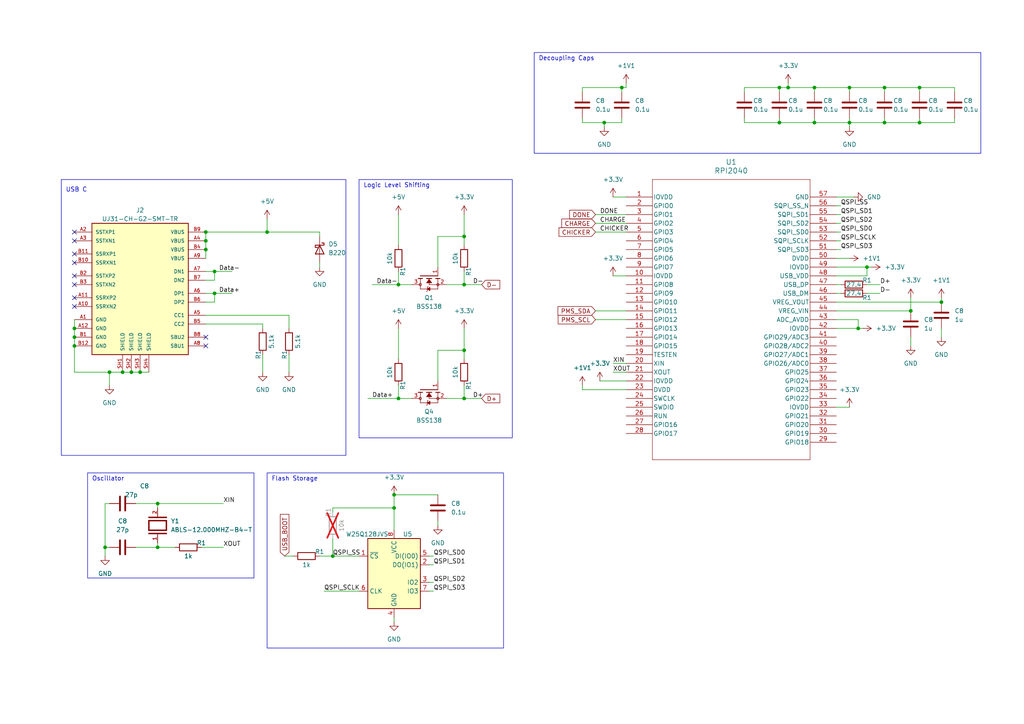
<source format=kicad_sch>
(kicad_sch (version 20230121) (generator eeschema)
  (paper "A4")
  (lib_symbols
    (symbol "Device:C" (pin_numbers hide) (pin_names (offset 0.254))
      (property "Reference" "C" (at 0.635 2.54 0))
      (property "Value" "C" (at 0.635 -2.54 0))
      (symbol "C_0_1"
        (polyline (pts (xy -2.032 -0.762) (xy 2.032 -0.762)) (stroke (width 0.508)))
        (polyline (pts (xy -2.032 0.762) (xy 2.032 0.762)) (stroke (width 0.508)))
      )
      (symbol "C_1_1"
        (pin passive line (at 0 3.81 270) (length 2.794) (name "~") (number "1"))
        (pin passive line (at 0 -3.81 90) (length 2.794) (name "~") (number "2"))
      )
    )
    (symbol "Device:R" (pin_numbers hide) (pin_names (offset 0))
      (property "Reference" "R" (at 2.032 0 90))
      (property "Value" "R" (at 0 0 90))
      (symbol "R_0_1"
        (rectangle (start -1.016 -2.54) (end 1.016 2.54) (stroke (width 0.254)))
      )
      (symbol "R_1_1"
        (pin passive line (at 0 3.81 270) (length 1.27) (name "~") (number "1"))
        (pin passive line (at 0 -3.81 90) (length 1.27) (name "~") (number "2"))
      )
    )
    (symbol "Diode:B220" (pin_numbers hide) (pin_names (offset 1.016) hide)
      (property "Reference" "D" (at 0 2.54 0))
      (property "Value" "B220" (at 0 -2.54 0))
      (symbol "B220_0_1"
        (polyline (pts (xy 1.27 0) (xy -1.27 0)))
        (polyline (pts (xy 1.27 1.27) (xy 1.27 -1.27) (xy -1.27 0) (xy 1.27 1.27)) (stroke (width 0.254)))
        (polyline (pts (xy -1.905 0.635) (xy -1.905 1.27) (xy -1.27 1.27) (xy -1.27 -1.27) (xy -0.635 -1.27) (xy -0.635 -0.635)) (stroke (width 0.254)))
      )
      (symbol "B220_1_1"
        (pin passive line (at -3.81 0 0) (length 2.54) (name "K") (number "1"))
        (pin passive line (at 3.81 0 180) (length 2.54) (name "A") (number "2"))
      )
    )
    (symbol "bots:ABLS-12.000MHZ-B4-T" (pin_names (offset 1.016))
      (property "Reference" "Y" (at -5.0878 3.8159 0))
      (property "Value" "ABLS-12.000MHZ-B4-T" (at -5.0944 -5.0944 0))
      (symbol "ABLS-12.000MHZ-B4-T_0_0"
        (polyline (pts (xy -2.3368 2.54) (xy -2.3368 -2.54)) (stroke (width 0.4064)))
        (polyline (pts (xy -1.397 2.54) (xy -1.397 -2.54)) (stroke (width 0.4064)))
        (polyline (pts (xy -1.397 2.54) (xy 1.397 2.54)) (stroke (width 0.4064)))
        (polyline (pts (xy 1.397 -2.54) (xy -1.397 -2.54)) (stroke (width 0.4064)))
        (polyline (pts (xy 1.397 2.54) (xy 1.397 -2.54)) (stroke (width 0.4064)))
        (polyline (pts (xy 2.3368 2.54) (xy 2.3368 -2.54)) (stroke (width 0.4064)))
        (pin passive line (at -5.08 0 0) (length 2.54) (name "~") (number "1"))
        (pin passive line (at 5.08 0 180) (length 2.54) (name "~") (number "2"))
      )
    )
    (symbol "bots:BSS138" (pin_names (offset 1.016))
      (property "Reference" "Q" (at 5.08 1.27 0))
      (property "Value" "BSS138" (at 5.08 -1.27 0))
      (symbol "BSS138_0_0"
        (polyline (pts (xy 0 2.54) (xy 0 -2.54)) (stroke (width 0.254)))
        (polyline (pts (xy 0.762 -2.54) (xy 0.762 -3.175)) (stroke (width 0.254)))
        (polyline (pts (xy 0.762 -1.905) (xy 0.762 -2.54)) (stroke (width 0.254)))
        (polyline (pts (xy 0.762 0) (xy 0.762 -0.762)) (stroke (width 0.254)))
        (polyline (pts (xy 0.762 0) (xy 2.54 0)) (stroke (width 0.1524)))
        (polyline (pts (xy 0.762 0.762) (xy 0.762 0)) (stroke (width 0.254)))
        (polyline (pts (xy 0.762 2.54) (xy 0.762 1.905)) (stroke (width 0.254)))
        (polyline (pts (xy 0.762 2.54) (xy 3.81 2.54)) (stroke (width 0.1524)))
        (polyline (pts (xy 0.762 3.175) (xy 0.762 2.54)) (stroke (width 0.254)))
        (polyline (pts (xy 2.54 -2.54) (xy 0.762 -2.54)) (stroke (width 0.1524)))
        (polyline (pts (xy 2.54 -2.54) (xy 3.81 -2.54)) (stroke (width 0.1524)))
        (polyline (pts (xy 2.54 0) (xy 2.54 -2.54)) (stroke (width 0.1524)))
        (polyline (pts (xy 3.302 0.508) (xy 3.048 0.254)) (stroke (width 0.1524)))
        (polyline (pts (xy 3.81 0.508) (xy 3.302 0.508)) (stroke (width 0.1524)))
        (polyline (pts (xy 3.81 0.508) (xy 3.81 -2.54)) (stroke (width 0.1524)))
        (polyline (pts (xy 3.81 2.54) (xy 3.81 0.508)) (stroke (width 0.1524)))
        (polyline (pts (xy 4.318 0.508) (xy 3.81 0.508)) (stroke (width 0.1524)))
        (polyline (pts (xy 4.572 0.762) (xy 4.318 0.508)) (stroke (width 0.1524)))
        (polyline (pts (xy 1.016 0) (xy 2.032 0.762) (xy 2.032 -0.762) (xy 1.016 0)) (stroke (width 0.1524)) (fill (type outline)))
        (polyline (pts (xy 3.81 0.508) (xy 3.302 -0.254) (xy 4.318 -0.254) (xy 3.81 0.508)) (stroke (width 0.1524)) (fill (type outline)))
        (circle (center 2.54 -2.54) (radius 0.3592))
        (circle (center 2.54 2.54) (radius 0.3592))
        (pin passive line (at -2.54 -2.54 0) (length 2.54) (name "~") (number "1"))
        (pin passive line (at 2.54 -5.08 90) (length 2.54) (name "~") (number "2"))
        (pin passive line (at 2.54 5.08 270) (length 2.54) (name "~") (number "3"))
      )
    )
    (symbol "bots:RPI2040" (pin_names (offset 0.254))
      (property "Reference" "U" (at 30.48 10.16 0))
      (property "Value" "RPI2040" (at 30.48 7.62 0))
      (symbol "RPI2040_0_1"
        (polyline (pts (xy 7.62 -76.2) (xy 53.34 -76.2)) (stroke (width 0.127)))
        (polyline (pts (xy 7.62 5.08) (xy 7.62 -76.2)) (stroke (width 0.127)))
        (polyline (pts (xy 53.34 -76.2) (xy 53.34 5.08)) (stroke (width 0.127)))
        (polyline (pts (xy 53.34 5.08) (xy 7.62 5.08)) (stroke (width 0.127)))
        (pin power_in line (at 0 0 0) (length 7.62) (name "IOVDD") (number "1"))
        (pin power_in line (at 0 -22.86 0) (length 7.62) (name "IOVDD") (number "10"))
        (pin bidirectional line (at 0 -25.4 0) (length 7.62) (name "GPIO8") (number "11"))
        (pin bidirectional line (at 0 -27.94 0) (length 7.62) (name "GPIO9") (number "12"))
        (pin bidirectional line (at 0 -30.48 0) (length 7.62) (name "GPIO10") (number "13"))
        (pin bidirectional line (at 0 -33.02 0) (length 7.62) (name "GPIO11") (number "14"))
        (pin bidirectional line (at 0 -35.56 0) (length 7.62) (name "GPIO12") (number "15"))
        (pin bidirectional line (at 0 -38.1 0) (length 7.62) (name "GPIO13") (number "16"))
        (pin bidirectional line (at 0 -40.64 0) (length 7.62) (name "GPIO14") (number "17"))
        (pin bidirectional line (at 0 -43.18 0) (length 7.62) (name "GPIO15") (number "18"))
        (pin input line (at 0 -45.72 0) (length 7.62) (name "TESTEN") (number "19"))
        (pin bidirectional line (at 0 -2.54 0) (length 7.62) (name "GPIO0") (number "2"))
        (pin input line (at 0 -48.26 0) (length 7.62) (name "XIN") (number "20"))
        (pin output line (at 0 -50.8 0) (length 7.62) (name "XOUT") (number "21"))
        (pin power_in line (at 0 -53.34 0) (length 7.62) (name "IOVDD") (number "22"))
        (pin power_in line (at 0 -55.88 0) (length 7.62) (name "DVDD") (number "23"))
        (pin input line (at 0 -58.42 0) (length 7.62) (name "SWCLK") (number "24"))
        (pin bidirectional line (at 0 -60.96 0) (length 7.62) (name "SWDIO") (number "25"))
        (pin input line (at 0 -63.5 0) (length 7.62) (name "RUN") (number "26"))
        (pin bidirectional line (at 0 -66.04 0) (length 7.62) (name "GPIO16") (number "27"))
        (pin bidirectional line (at 0 -68.58 0) (length 7.62) (name "GPIO17") (number "28"))
        (pin bidirectional line (at 60.96 -71.12 180) (length 7.62) (name "GPIO18") (number "29"))
        (pin bidirectional line (at 0 -5.08 0) (length 7.62) (name "GPIO1") (number "3"))
        (pin bidirectional line (at 60.96 -68.58 180) (length 7.62) (name "GPIO19") (number "30"))
        (pin bidirectional line (at 60.96 -66.04 180) (length 7.62) (name "GPIO20") (number "31"))
        (pin bidirectional line (at 60.96 -63.5 180) (length 7.62) (name "GPIO21") (number "32"))
        (pin power_in line (at 60.96 -60.96 180) (length 7.62) (name "IOVDD") (number "33"))
        (pin bidirectional line (at 60.96 -58.42 180) (length 7.62) (name "GPIO22") (number "34"))
        (pin bidirectional line (at 60.96 -55.88 180) (length 7.62) (name "GPIO23") (number "35"))
        (pin bidirectional line (at 60.96 -53.34 180) (length 7.62) (name "GPIO24") (number "36"))
        (pin bidirectional line (at 60.96 -50.8 180) (length 7.62) (name "GPIO25") (number "37"))
        (pin bidirectional line (at 60.96 -48.26 180) (length 7.62) (name "GPIO26/ADC0") (number "38"))
        (pin bidirectional line (at 60.96 -45.72 180) (length 7.62) (name "GPIO27/ADC1") (number "39"))
        (pin bidirectional line (at 0 -7.62 0) (length 7.62) (name "GPIO2") (number "4"))
        (pin bidirectional line (at 60.96 -43.18 180) (length 7.62) (name "GPIO28/ADC2") (number "40"))
        (pin bidirectional line (at 60.96 -40.64 180) (length 7.62) (name "GPIO29/ADC3") (number "41"))
        (pin power_in line (at 60.96 -38.1 180) (length 7.62) (name "IOVDD") (number "42"))
        (pin power_in line (at 60.96 -35.56 180) (length 7.62) (name "ADC_AVDD") (number "43"))
        (pin power_in line (at 60.96 -33.02 180) (length 7.62) (name "VREG_VIN") (number "44"))
        (pin power_in line (at 60.96 -30.48 180) (length 7.62) (name "VREG_VOUT") (number "45"))
        (pin bidirectional line (at 60.96 -27.94 180) (length 7.62) (name "USB_DM") (number "46"))
        (pin bidirectional line (at 60.96 -25.4 180) (length 7.62) (name "USB_DP") (number "47"))
        (pin power_in line (at 60.96 -22.86 180) (length 7.62) (name "USB_VDD") (number "48"))
        (pin power_in line (at 60.96 -20.32 180) (length 7.62) (name "IOVDD") (number "49"))
        (pin bidirectional line (at 0 -10.16 0) (length 7.62) (name "GPIO3") (number "5"))
        (pin power_in line (at 60.96 -17.78 180) (length 7.62) (name "DVDD") (number "50"))
        (pin bidirectional line (at 60.96 -15.24 180) (length 7.62) (name "SQPI_SD3") (number "51"))
        (pin bidirectional line (at 60.96 -12.7 180) (length 7.62) (name "SQPI_SCLK") (number "52"))
        (pin bidirectional line (at 60.96 -10.16 180) (length 7.62) (name "SQPI_SD0") (number "53"))
        (pin bidirectional line (at 60.96 -7.62 180) (length 7.62) (name "SQPI_SD2") (number "54"))
        (pin bidirectional line (at 60.96 -5.08 180) (length 7.62) (name "SQPI_SD1") (number "55"))
        (pin bidirectional line (at 60.96 -2.54 180) (length 7.62) (name "SQPI_SS_N") (number "56"))
        (pin power_out line (at 60.96 0 180) (length 7.62) (name "GND") (number "57"))
        (pin bidirectional line (at 0 -12.7 0) (length 7.62) (name "GPIO4") (number "6"))
        (pin bidirectional line (at 0 -15.24 0) (length 7.62) (name "GPIO5") (number "7"))
        (pin bidirectional line (at 0 -17.78 0) (length 7.62) (name "GPIO6") (number "8"))
        (pin bidirectional line (at 0 -20.32 0) (length 7.62) (name "GPIO7") (number "9"))
      )
    )
    (symbol "bots:UJ31-CH-G2-SMT-TR" (pin_names (offset 1.016))
      (property "Reference" "J2" (at 1.27 24.13 0))
      (property "Value" "UJ31-CH-G2-SMT-TR" (at 1.27 21.59 0))
      (symbol "UJ31-CH-G2-SMT-TR_0_0"
        (rectangle (start -13.97 20.32) (end 13.97 -17.78) (stroke (width 0.254)) (fill (type background)))
        (pin power_in line (at -19.05 -7.62 0) (length 5.08) (name "GND") (number "A1"))
        (pin bidirectional line (at -19.05 -3.81 0) (length 5.08) (name "SSRXN2") (number "A10"))
        (pin bidirectional line (at -19.05 -1.27 0) (length 5.08) (name "SSRXP2") (number "A11"))
        (pin power_in line (at -19.05 -10.16 0) (length 5.08) (name "GND") (number "A12"))
        (pin bidirectional line (at -19.05 17.78 0) (length 5.08) (name "SSTXP1") (number "A2"))
        (pin bidirectional line (at -19.05 15.24 0) (length 5.08) (name "SSTXN1") (number "A3"))
        (pin power_in line (at 19.05 15.24 180) (length 5.08) (name "VBUS") (number "A4"))
        (pin bidirectional line (at 19.05 -6.35 180) (length 5.08) (name "CC1") (number "A5"))
        (pin bidirectional line (at 19.05 0 180) (length 5.08) (name "DP1") (number "A6"))
        (pin bidirectional line (at 19.05 6.35 180) (length 5.08) (name "DN1") (number "A7"))
        (pin bidirectional line (at 19.05 -15.24 180) (length 5.08) (name "SBU1") (number "A8"))
        (pin power_in line (at 19.05 10.16 180) (length 5.08) (name "VBUS") (number "A9"))
        (pin power_in line (at -19.05 -12.7 0) (length 5.08) (name "GND") (number "B1"))
        (pin bidirectional line (at -19.05 8.89 0) (length 5.08) (name "SSRXN1") (number "B10"))
        (pin bidirectional line (at -19.05 11.43 0) (length 5.08) (name "SSRXP1") (number "B11"))
        (pin power_in line (at -19.05 -15.24 0) (length 5.08) (name "GND") (number "B12"))
        (pin bidirectional line (at -19.05 5.08 0) (length 5.08) (name "SSTXP2") (number "B2"))
        (pin bidirectional line (at -19.05 2.54 0) (length 5.08) (name "SSTXN2") (number "B3"))
        (pin power_in line (at 19.05 12.7 180) (length 5.08) (name "VBUS") (number "B4"))
        (pin bidirectional line (at 19.05 -8.89 180) (length 5.08) (name "CC2") (number "B5"))
        (pin bidirectional line (at 19.05 -2.54 180) (length 5.08) (name "DP2") (number "B6"))
        (pin bidirectional line (at 19.05 3.81 180) (length 5.08) (name "DN2") (number "B7"))
        (pin bidirectional line (at 19.05 -12.7 180) (length 5.08) (name "SBU2") (number "B8"))
        (pin power_in line (at 19.05 17.78 180) (length 5.08) (name "VBUS") (number "B9"))
        (pin power_in line (at -5.08 -22.86 90) (length 5.08) (name "SHIELD") (number "SH1"))
        (pin power_in line (at -2.54 -22.86 90) (length 5.08) (name "SHIELD") (number "SH2"))
        (pin power_in line (at 0 -22.86 90) (length 5.08) (name "SHIELD") (number "SH3"))
        (pin power_in line (at 2.54 -22.86 90) (length 5.08) (name "SHIELD") (number "SH4"))
      )
    )
    (symbol "bots:W25Q128JVS"
      (property "Reference" "U5" (at 2.54 12.7 0))
      (property "Value" "W25Q128JVS" (at 1.27 11.43 0))
      (symbol "W25Q128JVS_0_1"
        (rectangle (start -7.62 10.16) (end 7.62 -10.16) (stroke (width 0.254)) (fill (type background)))
      )
      (symbol "W25Q128JVS_1_1"
        (pin input line (at -10.16 5.08 0) (length 2.54) (name "~{CS}") (number "1"))
        (pin bidirectional line (at 10.16 2.54 180) (length 2.54) (name "DO(IO1)") (number "2"))
        (pin bidirectional line (at 10.16 -2.54 180) (length 2.54) (name "IO2") (number "3"))
        (pin power_in line (at 0 -12.7 90) (length 2.54) (name "GND") (number "4"))
        (pin bidirectional line (at 10.16 5.08 180) (length 2.54) (name "DI(IO0)") (number "5"))
        (pin input line (at -10.16 -5.08 0) (length 2.54) (name "CLK") (number "6"))
        (pin bidirectional line (at 10.16 -5.08 180) (length 2.54) (name "IO3") (number "7"))
        (pin power_in line (at 0 12.7 270) (length 2.54) (name "VCC") (number "8"))
      )
    )
    (symbol "power:+1V1" (power) (pin_names (offset 0))
      (property "Value" "+1V1" (at 0 3.556 0))
      (symbol "+1V1_0_1"
        (polyline (pts (xy -0.762 1.27) (xy 0 2.54)))
        (polyline (pts (xy 0 0) (xy 0 2.54)))
        (polyline (pts (xy 0 2.54) (xy 0.762 1.27)))
      )
      (symbol "+1V1_1_1"
        (pin power_in line (at 0 0 90) (length 0) hide (name "+1V1") (number "1"))
      )
    )
    (symbol "power:+3.3V" (power) (pin_names (offset 0))
      (property "Value" "+3.3V" (at 0 3.556 0))
      (symbol "+3.3V_0_1"
        (polyline (pts (xy -0.762 1.27) (xy 0 2.54)))
        (polyline (pts (xy 0 0) (xy 0 2.54)))
        (polyline (pts (xy 0 2.54) (xy 0.762 1.27)))
      )
      (symbol "+3.3V_1_1"
        (pin power_in line (at 0 0 90) (length 0) hide (name "+3.3V") (number "1"))
      )
    )
    (symbol "power:+5V" (power) (pin_names (offset 0))
      (property "Value" "+5V" (at 0 3.556 0))
      (symbol "+5V_0_1"
        (polyline (pts (xy -0.762 1.27) (xy 0 2.54)))
        (polyline (pts (xy 0 0) (xy 0 2.54)))
        (polyline (pts (xy 0 2.54) (xy 0.762 1.27)))
      )
      (symbol "+5V_1_1"
        (pin power_in line (at 0 0 90) (length 0) hide (name "+5V") (number "1"))
      )
    )
    (symbol "power:GND" (power) (pin_names (offset 0))
      (property "Value" "GND" (at 0 -3.81 0))
      (symbol "GND_0_1"
        (polyline (pts (xy 0 0) (xy 0 -1.27) (xy 1.27 -1.27) (xy 0 -2.54) (xy -1.27 -1.27) (xy 0 -1.27)))
      )
      (symbol "GND_1_1"
        (pin power_in line (at 0 0 270) (length 0) hide (name "GND") (number "1"))
      )
    )
  )
  (junction (at 59.69 72.39))
  (junction (at 31.75 107.95))
  (junction (at 62.23 85.09))
  (junction (at 114.3 143.51))
  (junction (at 45.72 146.05))
  (junction (at 256.54 35.56))
  (junction (at 256.54 25.4))
  (junction (at 273.05 87.63))
  (junction (at 134.62 101.6))
  (junction (at 175.26 35.56))
  (junction (at 236.22 35.56))
  (junction (at 236.22 25.4))
  (junction (at 266.7 35.56))
  (junction (at 248.92 95.25))
  (junction (at 35.56 107.95))
  (junction (at 21.59 97.79))
  (junction (at 21.59 100.33))
  (junction (at 134.62 82.55))
  (junction (at 246.38 35.56))
  (junction (at 251.46 77.47))
  (junction (at 266.7 25.4))
  (junction (at 246.38 25.4))
  (junction (at 77.47 67.31))
  (junction (at 30.48 158.75))
  (junction (at 45.72 158.75))
  (junction (at 21.59 95.25))
  (junction (at 228.6 25.4))
  (junction (at 134.62 115.57))
  (junction (at 115.57 115.57))
  (junction (at 59.69 67.31))
  (junction (at 59.69 69.85))
  (junction (at 226.06 25.4))
  (junction (at 134.62 68.58))
  (junction (at 40.64 107.95))
  (junction (at 114.3 147.32))
  (junction (at 62.23 78.74))
  (junction (at 264.16 90.17))
  (junction (at 180.34 25.4))
  (junction (at 115.57 82.55))
  (junction (at 226.06 35.56))
  (junction (at 96.52 161.29))
  (junction (at 38.1 107.95))
  (no_connect (at 21.59 80.01))
  (no_connect (at 59.69 97.79))
  (no_connect (at 21.59 69.85))
  (no_connect (at 21.59 76.2))
  (no_connect (at 21.59 88.9))
  (no_connect (at 21.59 82.55))
  (no_connect (at 21.59 73.66))
  (no_connect (at 21.59 67.31))
  (no_connect (at 21.59 86.36))
  (no_connect (at 59.69 100.33))
  (wire (pts (xy 236.22 35.56) (xy 226.06 35.56)))
  (wire (pts (xy 119.38 82.55) (xy 115.57 82.55)))
  (wire (pts (xy 181.61 24.13) (xy 181.61 25.4)))
  (wire (pts (xy 168.91 25.4) (xy 168.91 26.67)))
  (wire (pts (xy 114.3 143.51) (xy 114.3 147.32)))
  (wire (pts (xy 266.7 26.67) (xy 266.7 25.4)))
  (wire (pts (xy 226.06 25.4) (xy 215.9 25.4)))
  (wire (pts (xy 62.23 81.28) (xy 62.23 78.74)))
  (wire (pts (xy 124.46 168.91) (xy 125.73 168.91)))
  (wire (pts (xy 45.72 158.75) (xy 45.72 157.48)))
  (wire (pts (xy 59.69 69.85) (xy 59.69 72.39)))
  (wire (pts (xy 107.95 82.55) (xy 115.57 82.55)))
  (wire (pts (xy 172.72 62.23) (xy 181.61 62.23)))
  (wire (pts (xy 251.46 80.01) (xy 251.46 77.47)))
  (wire (pts (xy 134.62 62.23) (xy 134.62 68.58)))
  (wire (pts (xy 59.69 78.74) (xy 62.23 78.74)))
  (wire (pts (xy 226.06 25.4) (xy 226.06 26.67)))
  (wire (pts (xy 276.86 26.67) (xy 276.86 25.4)))
  (wire (pts (xy 40.64 107.95) (xy 43.18 107.95)))
  (wire (pts (xy 228.6 25.4) (xy 226.06 25.4)))
  (wire (pts (xy 246.38 26.67) (xy 246.38 25.4)))
  (wire (pts (xy 59.69 72.39) (xy 59.69 74.93)))
  (wire (pts (xy 242.57 92.71) (xy 248.92 92.71)))
  (wire (pts (xy 21.59 107.95) (xy 21.59 100.33)))
  (wire (pts (xy 96.52 161.29) (xy 104.14 161.29)))
  (wire (pts (xy 236.22 25.4) (xy 228.6 25.4)))
  (wire (pts (xy 31.75 107.95) (xy 31.75 111.76)))
  (wire (pts (xy 242.57 62.23) (xy 243.84 62.23)))
  (wire (pts (xy 172.72 92.71) (xy 181.61 92.71)))
  (wire (pts (xy 38.1 107.95) (xy 35.56 107.95)))
  (wire (pts (xy 45.72 158.75) (xy 50.8 158.75)))
  (wire (pts (xy 246.38 35.56) (xy 246.38 36.83)))
  (wire (pts (xy 92.71 67.31) (xy 92.71 68.58)))
  (wire (pts (xy 92.71 76.2) (xy 92.71 77.47)))
  (wire (pts (xy 266.7 35.56) (xy 256.54 35.56)))
  (wire (pts (xy 127 68.58) (xy 134.62 68.58)))
  (wire (pts (xy 96.52 156.21) (xy 96.52 161.29)))
  (wire (pts (xy 172.72 64.77) (xy 181.61 64.77)))
  (wire (pts (xy 215.9 35.56) (xy 215.9 34.29)))
  (wire (pts (xy 242.57 74.93) (xy 246.38 74.93)))
  (wire (pts (xy 236.22 34.29) (xy 236.22 35.56)))
  (wire (pts (xy 168.91 111.76) (xy 168.91 113.03)))
  (wire (pts (xy 59.69 91.44) (xy 83.82 91.44)))
  (wire (pts (xy 119.38 115.57) (xy 115.57 115.57)))
  (wire (pts (xy 168.91 35.56) (xy 168.91 34.29)))
  (wire (pts (xy 21.59 92.71) (xy 21.59 95.25)))
  (wire (pts (xy 115.57 78.74) (xy 115.57 82.55)))
  (wire (pts (xy 251.46 85.09) (xy 255.27 85.09)))
  (wire (pts (xy 175.26 35.56) (xy 168.91 35.56)))
  (wire (pts (xy 21.59 107.95) (xy 31.75 107.95)))
  (wire (pts (xy 177.8 105.41) (xy 181.61 105.41)))
  (wire (pts (xy 134.62 78.74) (xy 134.62 82.55)))
  (wire (pts (xy 180.34 34.29) (xy 180.34 35.56)))
  (wire (pts (xy 177.8 107.95) (xy 181.61 107.95)))
  (wire (pts (xy 246.38 34.29) (xy 246.38 35.56)))
  (wire (pts (xy 246.38 25.4) (xy 236.22 25.4)))
  (wire (pts (xy 242.57 95.25) (xy 248.92 95.25)))
  (wire (pts (xy 276.86 34.29) (xy 276.86 35.56)))
  (wire (pts (xy 251.46 82.55) (xy 255.27 82.55)))
  (wire (pts (xy 62.23 78.74) (xy 67.31 78.74)))
  (wire (pts (xy 127 101.6) (xy 134.62 101.6)))
  (wire (pts (xy 256.54 34.29) (xy 256.54 35.56)))
  (wire (pts (xy 77.47 63.5) (xy 77.47 67.31)))
  (wire (pts (xy 30.48 146.05) (xy 31.75 146.05)))
  (wire (pts (xy 242.57 72.39) (xy 243.84 72.39)))
  (wire (pts (xy 38.1 107.95) (xy 40.64 107.95)))
  (wire (pts (xy 134.62 95.25) (xy 134.62 101.6)))
  (wire (pts (xy 31.75 107.95) (xy 35.56 107.95)))
  (wire (pts (xy 180.34 35.56) (xy 175.26 35.56)))
  (wire (pts (xy 77.47 67.31) (xy 92.71 67.31)))
  (wire (pts (xy 134.62 111.76) (xy 134.62 115.57)))
  (wire (pts (xy 59.69 87.63) (xy 62.23 87.63)))
  (wire (pts (xy 59.69 93.98) (xy 76.2 93.98)))
  (wire (pts (xy 83.82 102.87) (xy 83.82 107.95)))
  (wire (pts (xy 247.65 57.15) (xy 242.57 57.15)))
  (wire (pts (xy 139.7 82.55) (xy 134.62 82.55)))
  (wire (pts (xy 96.52 147.32) (xy 114.3 147.32)))
  (wire (pts (xy 82.55 161.29) (xy 85.09 161.29)))
  (wire (pts (xy 256.54 25.4) (xy 246.38 25.4)))
  (wire (pts (xy 175.26 35.56) (xy 175.26 36.83)))
  (wire (pts (xy 114.3 147.32) (xy 114.3 153.67)))
  (wire (pts (xy 228.6 24.13) (xy 228.6 25.4)))
  (wire (pts (xy 242.57 87.63) (xy 273.05 87.63)))
  (wire (pts (xy 127 151.13) (xy 127 152.4)))
  (wire (pts (xy 127 110.49) (xy 127 101.6)))
  (wire (pts (xy 39.37 158.75) (xy 45.72 158.75)))
  (wire (pts (xy 62.23 85.09) (xy 67.31 85.09)))
  (wire (pts (xy 124.46 171.45) (xy 125.73 171.45)))
  (wire (pts (xy 93.98 171.45) (xy 104.14 171.45)))
  (wire (pts (xy 242.57 85.09) (xy 243.84 85.09)))
  (wire (pts (xy 248.92 95.25) (xy 250.19 95.25)))
  (wire (pts (xy 134.62 82.55) (xy 129.54 82.55)))
  (wire (pts (xy 273.05 86.36) (xy 273.05 87.63)))
  (wire (pts (xy 127 143.51) (xy 114.3 143.51)))
  (wire (pts (xy 114.3 179.07) (xy 114.3 180.34)))
  (wire (pts (xy 266.7 34.29) (xy 266.7 35.56)))
  (wire (pts (xy 172.72 90.17) (xy 181.61 90.17)))
  (wire (pts (xy 58.42 158.75) (xy 64.77 158.75)))
  (wire (pts (xy 76.2 102.87) (xy 76.2 107.95)))
  (wire (pts (xy 242.57 64.77) (xy 243.84 64.77)))
  (wire (pts (xy 180.34 25.4) (xy 168.91 25.4)))
  (wire (pts (xy 256.54 35.56) (xy 246.38 35.56)))
  (wire (pts (xy 59.69 85.09) (xy 62.23 85.09)))
  (wire (pts (xy 246.38 35.56) (xy 236.22 35.56)))
  (wire (pts (xy 264.16 97.79) (xy 264.16 100.33)))
  (wire (pts (xy 127 77.47) (xy 127 68.58)))
  (wire (pts (xy 173.99 110.49) (xy 181.61 110.49)))
  (wire (pts (xy 30.48 158.75) (xy 30.48 146.05)))
  (wire (pts (xy 96.52 148.59) (xy 96.52 147.32)))
  (wire (pts (xy 246.38 118.11) (xy 242.57 118.11)))
  (wire (pts (xy 256.54 25.4) (xy 266.7 25.4)))
  (wire (pts (xy 242.57 59.69) (xy 243.84 59.69)))
  (wire (pts (xy 124.46 163.83) (xy 125.73 163.83)))
  (wire (pts (xy 177.8 57.15) (xy 181.61 57.15)))
  (wire (pts (xy 177.8 80.01) (xy 181.61 80.01)))
  (wire (pts (xy 226.06 34.29) (xy 226.06 35.56)))
  (wire (pts (xy 83.82 95.25) (xy 83.82 91.44)))
  (wire (pts (xy 168.91 113.03) (xy 181.61 113.03)))
  (wire (pts (xy 236.22 26.67) (xy 236.22 25.4)))
  (wire (pts (xy 45.72 147.32) (xy 45.72 146.05)))
  (wire (pts (xy 180.34 25.4) (xy 180.34 26.67)))
  (wire (pts (xy 242.57 69.85) (xy 243.84 69.85)))
  (wire (pts (xy 45.72 146.05) (xy 64.77 146.05)))
  (wire (pts (xy 134.62 101.6) (xy 134.62 104.14)))
  (wire (pts (xy 252.73 77.47) (xy 251.46 77.47)))
  (wire (pts (xy 59.69 67.31) (xy 59.69 69.85)))
  (wire (pts (xy 59.69 67.31) (xy 77.47 67.31)))
  (wire (pts (xy 273.05 95.25) (xy 273.05 97.79)))
  (wire (pts (xy 256.54 26.67) (xy 256.54 25.4)))
  (wire (pts (xy 30.48 158.75) (xy 31.75 158.75)))
  (wire (pts (xy 106.68 115.57) (xy 115.57 115.57)))
  (wire (pts (xy 59.69 81.28) (xy 62.23 81.28)))
  (wire (pts (xy 62.23 87.63) (xy 62.23 85.09)))
  (wire (pts (xy 242.57 80.01) (xy 251.46 80.01)))
  (wire (pts (xy 181.61 25.4) (xy 180.34 25.4)))
  (wire (pts (xy 92.71 161.29) (xy 96.52 161.29)))
  (wire (pts (xy 115.57 111.76) (xy 115.57 115.57)))
  (wire (pts (xy 248.92 92.71) (xy 248.92 95.25)))
  (wire (pts (xy 30.48 161.29) (xy 30.48 158.75)))
  (wire (pts (xy 139.7 115.57) (xy 134.62 115.57)))
  (wire (pts (xy 242.57 77.47) (xy 251.46 77.47)))
  (wire (pts (xy 172.72 67.31) (xy 181.61 67.31)))
  (wire (pts (xy 134.62 115.57) (xy 129.54 115.57)))
  (wire (pts (xy 21.59 97.79) (xy 21.59 100.33)))
  (wire (pts (xy 215.9 25.4) (xy 215.9 26.67)))
  (wire (pts (xy 226.06 35.56) (xy 215.9 35.56)))
  (wire (pts (xy 39.37 146.05) (xy 45.72 146.05)))
  (wire (pts (xy 242.57 90.17) (xy 264.16 90.17)))
  (wire (pts (xy 134.62 68.58) (xy 134.62 71.12)))
  (wire (pts (xy 242.57 67.31) (xy 243.84 67.31)))
  (wire (pts (xy 115.57 95.25) (xy 115.57 104.14)))
  (wire (pts (xy 124.46 161.29) (xy 125.73 161.29)))
  (wire (pts (xy 115.57 62.23) (xy 115.57 71.12)))
  (wire (pts (xy 21.59 95.25) (xy 21.59 97.79)))
  (wire (pts (xy 276.86 35.56) (xy 266.7 35.56)))
  (wire (pts (xy 76.2 93.98) (xy 76.2 95.25)))
  (wire (pts (xy 266.7 25.4) (xy 276.86 25.4)))
  (wire (pts (xy 242.57 82.55) (xy 243.84 82.55)))
  (wire (pts (xy 264.16 86.36) (xy 264.16 90.17)))
  (rectangle (start 25.4 137.16) (end 73.66 167.64))
  (rectangle (start 104.14 52.07) (end 148.59 127))
  (rectangle (start 17.78 52.07) (end 100.33 132.08))
  (rectangle (start 77.47 137.16) (end 146.05 187.96))
  (rectangle (start 154.94 15.24) (end 284.48 44.45))
  (text "USB C" (at 19.05 55.88 0) (effects (font (size 1.27 1.27)) (justify left bottom)))
  (text "Decoupling Caps" (at 156.21 17.78 0) (effects (font (size 1.27 1.27)) (justify left bottom)))
  (text "Flash Storage\n" (at 78.74 139.7 0) (effects (font (size 1.27 1.27)) (justify left bottom)))
  (text "Oscillator\n" (at 26.67 139.7 0) (effects (font (size 1.27 1.27)) (justify left bottom)))
  (text "Logic Level Shifting\n" (at 105.41 54.61 0) (effects (font (size 1.27 1.27)) (justify left bottom)))
  (label "CHARGE" (at 173.99 64.77 0))
  (label "QSPI_SD3" (at 243.84 72.39 0))
  (label "QSPI_SCLK" (at 243.84 69.85 0))
  (label "XIN" (at 64.77 146.05 0))
  (label "QSPI_SD2" (at 243.84 64.77 0))
  (label "XOUT" (at 64.77 158.75 0))
  (label "D-" (at 255.27 85.09 0))
  (label "Data+" (at 63.5 85.09 0))
  (label "Data-" (at 109.22 82.55 0))
  (label "D-" (at 137.16 82.55 0))
  (label "QSPI_SCLK" (at 93.98 171.45 0))
  (label "D+" (at 255.27 82.55 0))
  (label "XIN" (at 177.8 105.41 0))
  (label "CHICKER" (at 173.99 67.31 0))
  (label "XOUT" (at 177.8 107.95 0))
  (label "DONE" (at 173.99 62.23 0))
  (label "QSPI_SS" (at 96.52 161.29 0))
  (label "Data+" (at 107.95 115.57 0))
  (label "QSPI_SD3" (at 125.73 171.45 0))
  (label "QSPI_SD2" (at 125.73 168.91 0))
  (label "D+" (at 137.16 115.57 0))
  (label "QSPI_SD1" (at 125.73 163.83 0))
  (label "Data-" (at 63.5 78.74 0))
  (label "QSPI_SD0" (at 243.84 67.31 0))
  (label "QSPI_SD0" (at 125.73 161.29 0))
  (label "QSPI_SD1" (at 243.84 62.23 0))
  (label "QSPI_SS" (at 243.84 59.69 0))
  (global_label "DONE" (shape input) (at 172.72 62.23 180) (property "Intersheetrefs" "${INTERSHEET_REFS}" (effects hide)))
  (global_label "PMS_SDA" (shape input) (at 172.72 90.17 180) (property "Intersheetrefs" "${INTERSHEET_REFS}" (effects hide)))
  (global_label "D-" (shape input) (at 139.7 82.55 0) (property "Intersheetrefs" "${INTERSHEET_REFS}" (effects hide)))
  (global_label "CHICKER" (shape input) (at 172.72 67.31 180) (property "Intersheetrefs" "${INTERSHEET_REFS}" (effects hide)))
  (global_label "PMS_SCL" (shape input) (at 172.72 92.71 180) (property "Intersheetrefs" "${INTERSHEET_REFS}" (effects hide)))
  (global_label "CHARGE" (shape input) (at 172.72 64.77 180) (property "Intersheetrefs" "${INTERSHEET_REFS}" (effects hide)))
  (global_label "USB_BOOT" (shape input) (at 82.55 161.29 90) (property "Intersheetrefs" "${INTERSHEET_REFS}" (effects hide)))
  (global_label "D+" (shape input) (at 139.7 115.57 0) (property "Intersheetrefs" "${INTERSHEET_REFS}" (effects hide)))
  (symbol (lib_id "power:+5V") (at 77.47 63.5 0) (unit 1)
    (property "Reference" "#PWR023" (effects hide))
    (property "Value" "+5V" (at 77.47 58.42 0))
  )
  (symbol (lib_id "Diode:B220") (at 92.71 72.39 270) (unit 1)
    (property "Reference" "D5" (at 95.25 70.8025 90) (effects (justify left)))
    (property "Value" "B220" (at 95.25 73.3425 90) (effects (justify left)))
    (property "Footprint" "Diode_SMD:D_SMB" (effects hide))
    (property "Datasheet" "http://www.jameco.com/Jameco/Products/ProdDS/1538777.pdf" (effects hide))
  )
  (symbol (lib_id "power:+3.3V") (at 228.6 24.13 0) (unit 1)
    (property "Reference" "#PWR013" (effects hide))
    (property "Value" "+3.3V" (at 228.6 19.05 0))
    (instances (project "POWER_BOARD" (path "" (reference "#PWR013") (unit 1)) (path "" (reference "#PWR031") (unit 1))))
  )
  (symbol (lib_id "power:GND") (at 31.75 111.76 0) (unit 1)
    (property "Reference" "#PWR03" (effects hide))
    (property "Value" "GND" (at 31.75 116.84 0))
    (instances (project "POWER_BOARD" (path "" (reference "#PWR03") (unit 1)) (path "" (reference "#PWR08") (unit 1)) (path "" (reference "#PWR022") (unit 1))))
  )
  (symbol (lib_id "Device:R") (at 247.65 82.55 90) (mirror x) (unit 1)
    (property "Reference" "R1" (at 251.46 81.28 90))
    (property "Value" "27.4" (at 247.65 82.55 90))
    (property "Footprint" "Resistor_SMD:R_0603_1608Metric" (effects hide))
    (instances (project "POWER_BOARD" (path "" (reference "R1") (unit 1)) (path "" (reference "R20") (unit 1))))
  )
  (symbol (lib_id "power:GND") (at 273.05 97.79 0) (unit 1)
    (property "Reference" "#PWR015" (effects hide))
    (property "Value" "GND" (at 273.05 102.87 0))
    (instances (project "POWER_BOARD" (path "" (reference "#PWR015") (unit 1)) (path "" (reference "#PWR038") (unit 1))))
  )
  (symbol (lib_id "Device:R") (at 134.62 74.93 0) (mirror y) (unit 1)
    (property "Reference" "R1" (at 135.89 78.74 90))
    (property "Value" "10k" (at 132.08 74.93 90))
    (property "Footprint" "Resistor_SMD:R_0603_1608Metric" (effects hide))
    (instances (project "POWER_BOARD" (path "" (reference "R1") (unit 1)) (path "" (reference "R13") (unit 1))))
  )
  (symbol (lib_id "power:+1V1") (at 181.61 24.13 0) (unit 1)
    (property "Reference" "#PWR018" (effects hide))
    (property "Value" "+1V1" (at 181.61 19.05 0))
  )
  (symbol (lib_id "power:+1V1") (at 273.05 86.36 0) (unit 1)
    (property "Reference" "#PWR034" (effects hide))
    (property "Value" "+1V1" (at 273.05 81.28 0))
  )
  (symbol (lib_id "Device:C") (at 127 147.32 0) (unit 1)
    (property "Reference" "C8" (at 130.81 146.05 0) (effects (justify left)))
    (property "Value" "0.1u" (at 130.81 148.59 0) (effects (justify left)))
    (property "Footprint" "Capacitor_SMD:C_0603_1608Metric" (effects hide))
    (instances (project "POWER_BOARD" (path "" (reference "C8") (unit 1)) (path "" (reference "C26") (unit 1))))
  )
  (symbol (lib_id "bots:BSS138") (at 124.46 113.03 90) (mirror x) (unit 1)
    (property "Reference" "Q4" (at 124.46 119.38 90))
    (property "Value" "BSS138" (at 124.46 121.92 90))
    (property "Footprint" "BSS138:SOT95P240X111-3N" (effects hide))
    (property "MF" "Diodes Inc." (effects hide))
    (property "DESCRIPTION" "N-Channel 50 V 200mA (Ta) 225mW (Ta) Surface Mount SOT-23-3 (TO-236)" (effects hide))
    (property "PACKAGE" "SOT-23 ON" (effects hide))
    (property "PRICE" "None" (effects hide))
    (property "Package" "SOT-23-3 Diodes Inc." (effects hide))
    (property "Check_prices" "https://www.snapeda.com/parts/BSS138/Diodes+Inc./view-part/?ref=eda" (effects hide))
    (property "Price" "None" (effects hide))
    (property "SnapEDA_Link" "https://www.snapeda.com/parts/BSS138/Diodes+Inc./view-part/?ref=snap" (effects hide))
    (property "MP" "BSS138" (effects hide))
    (property "Availability" "In Stock" (effects hide))
    (property "AVAILABILITY" "In Stock" (effects hide))
    (property "Description" "\nN-CH MOSFET 50V 0.34A SOT-23-3L\n" (effects hide))
  )
  (symbol (lib_id "power:GND") (at 247.65 57.15 90) (unit 1)
    (property "Reference" "#PWR015" (effects hide))
    (property "Value" "GND" (at 251.46 57.15 90) (effects (justify right)))
    (instances (project "POWER_BOARD" (path "" (reference "#PWR015") (unit 1)) (path "" (reference "#PWR016") (unit 1))))
  )
  (symbol (lib_id "bots:RPI2040") (at 181.61 57.15 0) (unit 1)
    (property "Reference" "U1" (at 212.09 46.99 0) (effects (font (size 1.524 1.524))))
    (property "Value" "RPI2040" (at 212.09 49.53 0) (effects (font (size 1.524 1.524))))
    (property "Footprint" "QFN56_7X7_RPI" (effects hide))
    (property "Datasheet" "SC09147" (effects hide))
  )
  (symbol (lib_id "bots:W25Q128JVS") (at 114.3 166.37 0) (unit 1)
    (property "Reference" "U5" (at 116.84 154.94 0) (effects (justify left)))
    (property "Value" "W25Q128JVS" (at 100.33 154.94 0) (effects (justify left)))
    (property "Footprint" "Package_SO:SOIC-8_5.23x5.23mm_P1.27mm" (effects hide))
    (property "Datasheet" "http://www.winbond.com/resource-files/w25q128jv_dtr%20revc%2003272018%20plus.pdf" (effects hide))
  )
  (symbol (lib_id "power:+1V1") (at 168.91 111.76 0) (unit 1)
    (property "Reference" "#PWR036" (effects hide))
    (property "Value" "+1V1" (at 168.91 106.68 0))
  )
  (symbol (lib_id "power:+1V1") (at 246.38 74.93 270) (unit 1)
    (property "Reference" "#PWR035" (effects hide))
    (property "Value" "+1V1" (at 250.19 74.93 90) (effects (justify left)))
  )
  (symbol (lib_id "Device:C") (at 246.38 30.48 0) (unit 1)
    (property "Reference" "C8" (at 248.92 29.21 0) (effects (justify left)))
    (property "Value" "0.1u" (at 248.92 31.75 0) (effects (justify left)))
    (property "Footprint" "Capacitor_SMD:C_0603_1608Metric" (effects hide))
    (instances (project "POWER_BOARD" (path "" (reference "C8") (unit 1)) (path "" (reference "C18") (unit 1))))
  )
  (symbol (lib_id "Device:C") (at 236.22 30.48 0) (unit 1)
    (property "Reference" "C8" (at 238.76 29.21 0) (effects (justify left)))
    (property "Value" "0.1u" (at 238.76 31.75 0) (effects (justify left)))
    (property "Footprint" "Capacitor_SMD:C_0603_1608Metric" (effects hide))
    (instances (project "POWER_BOARD" (path "" (reference "C8") (unit 1)) (path "" (reference "C17") (unit 1))))
  )
  (symbol (lib_id "Device:C") (at 273.05 91.44 0) (unit 1)
    (property "Reference" "C8" (at 276.86 90.17 0) (effects (justify left)))
    (property "Value" "1u" (at 276.86 92.71 0) (effects (justify left)))
    (property "Footprint" "Capacitor_SMD:C_0603_1608Metric" (effects hide))
    (instances (project "POWER_BOARD" (path "" (reference "C8") (unit 1)) (path "" (reference "C23") (unit 1))))
  )
  (symbol (lib_id "power:GND") (at 114.3 180.34 0) (unit 1)
    (property "Reference" "#PWR015" (effects hide))
    (property "Value" "GND" (at 114.3 185.42 0))
    (instances (project "POWER_BOARD" (path "" (reference "#PWR015") (unit 1)) (path "" (reference "#PWR042") (unit 1))))
  )
  (symbol (lib_id "Device:C") (at 276.86 30.48 0) (unit 1)
    (property "Reference" "C8" (at 279.4 29.21 0) (effects (justify left)))
    (property "Value" "0.1u" (at 279.4 31.75 0) (effects (justify left)))
    (property "Footprint" "Capacitor_SMD:C_0603_1608Metric" (effects hide))
    (instances (project "POWER_BOARD" (path "" (reference "C8") (unit 1)) (path "" (reference "C21") (unit 1))))
  )
  (symbol (lib_id "Device:R") (at 247.65 85.09 90) (mirror x) (unit 1)
    (property "Reference" "R1" (at 251.46 86.36 90))
    (property "Value" "27.4" (at 247.65 85.09 90))
    (property "Footprint" "Resistor_SMD:R_0603_1608Metric" (effects hide))
    (instances (project "POWER_BOARD" (path "" (reference "R1") (unit 1)) (path "" (reference "R21") (unit 1))))
  )
  (symbol (lib_id "power:+3.3V") (at 114.3 143.51 0) (mirror y) (unit 1)
    (property "Reference" "#PWR011" (effects hide))
    (property "Value" "+3.3V" (at 114.3 138.43 0))
    (instances (project "POWER_BOARD" (path "" (reference "#PWR011") (unit 1)) (path "" (reference "#PWR040") (unit 1))))
  )
  (symbol (lib_id "Device:C") (at 35.56 158.75 90) (unit 1)
    (property "Reference" "C8" (at 35.56 151.13 90))
    (property "Value" "27p" (at 35.56 153.67 90))
    (property "Footprint" "Capacitor_SMD:C_0603_1608Metric" (effects hide))
    (instances (project "POWER_BOARD" (path "" (reference "C8") (unit 1)) (path "" (reference "C25") (unit 1))))
  )
  (symbol (lib_id "Device:C") (at 35.56 146.05 90) (unit 1)
    (property "Reference" "C8" (at 41.91 140.97 90))
    (property "Value" "27p" (at 38.1 143.51 90))
    (property "Footprint" "Capacitor_SMD:C_0603_1608Metric" (effects hide))
    (instances (project "POWER_BOARD" (path "" (reference "C8") (unit 1)) (path "" (reference "C24") (unit 1))))
  )
  (symbol (lib_id "power:GND") (at 264.16 100.33 0) (unit 1)
    (property "Reference" "#PWR015" (effects hide))
    (property "Value" "GND" (at 264.16 105.41 0))
    (instances (project "POWER_BOARD" (path "" (reference "#PWR015") (unit 1)) (path "" (reference "#PWR032") (unit 1))))
  )
  (symbol (lib_id "Device:R") (at 83.82 99.06 0) (unit 1)
    (property "Reference" "R1" (at 82.55 102.87 90))
    (property "Value" "5.1k" (at 86.36 99.06 90))
    (property "Footprint" "Resistor_SMD:R_0603_1608Metric" (effects hide))
    (instances (project "POWER_BOARD" (path "" (reference "R1") (unit 1)) (path "" (reference "R12") (unit 1))))
  )
  (symbol (lib_id "power:+3.3V") (at 177.8 57.15 0) (unit 1)
    (property "Reference" "#PWR013" (effects hide))
    (property "Value" "+3.3V" (at 177.8 52.07 0))
  )
  (symbol (lib_id "power:+3.3V") (at 134.62 62.23 0) (mirror y) (unit 1)
    (property "Reference" "#PWR011" (effects hide))
    (property "Value" "+3.3V" (at 134.62 57.15 0))
    (instances (project "POWER_BOARD" (path "" (reference "#PWR011") (unit 1)) (path "" (reference "#PWR027") (unit 1))))
  )
  (symbol (lib_id "power:+3.3V") (at 177.8 80.01 0) (unit 1)
    (property "Reference" "#PWR016" (effects hide))
    (property "Value" "+3.3V" (at 177.8 74.93 0))
    (instances (project "POWER_BOARD" (path "" (reference "#PWR016") (unit 1)) (path "" (reference "#PWR014") (unit 1))))
  )
  (symbol (lib_id "Device:R") (at 134.62 107.95 0) (mirror y) (unit 1)
    (property "Reference" "R1" (at 135.89 111.76 90))
    (property "Value" "10k" (at 132.08 107.95 90))
    (property "Footprint" "Resistor_SMD:R_0603_1608Metric" (effects hide))
    (instances (project "POWER_BOARD" (path "" (reference "R1") (unit 1)) (path "" (reference "R16") (unit 1))))
  )
  (symbol (lib_id "Device:R") (at 88.9 161.29 90) (mirror x) (unit 1)
    (property "Reference" "R1" (at 92.71 160.02 90))
    (property "Value" "1k" (at 88.9 163.83 90))
    (property "Footprint" "Resistor_SMD:R_0603_1608Metric" (effects hide))
    (instances (project "POWER_BOARD" (path "" (reference "R1") (unit 1)) (path "" (reference "R18") (unit 1))))
  )
  (symbol (lib_id "power:+3.3V") (at 134.62 95.25 0) (mirror y) (unit 1)
    (property "Reference" "#PWR011" (effects hide))
    (property "Value" "+3.3V" (at 134.62 90.17 0))
    (instances (project "POWER_BOARD" (path "" (reference "#PWR011") (unit 1)) (path "" (reference "#PWR029") (unit 1))))
  )
  (symbol (lib_id "power:GND") (at 76.2 107.95 0) (unit 1)
    (property "Reference" "#PWR03" (effects hide))
    (property "Value" "GND" (at 76.2 113.03 0))
    (instances (project "POWER_BOARD" (path "" (reference "#PWR03") (unit 1)) (path "" (reference "#PWR08") (unit 1)) (path "" (reference "#PWR01") (unit 1))))
  )
  (symbol (lib_id "power:+5V") (at 115.57 95.25 0) (mirror y) (unit 1)
    (property "Reference" "#PWR028" (effects hide))
    (property "Value" "+5V" (at 115.57 90.17 0))
  )
  (symbol (lib_id "Device:C") (at 226.06 30.48 0) (unit 1)
    (property "Reference" "C8" (at 228.6 29.21 0) (effects (justify left)))
    (property "Value" "0.1u" (at 228.6 31.75 0) (effects (justify left)))
    (property "Footprint" "Capacitor_SMD:C_0603_1608Metric" (effects hide))
    (instances (project "POWER_BOARD" (path "" (reference "C8") (unit 1)) (path "" (reference "C16") (unit 1))))
  )
  (symbol (lib_id "power:+3.3V") (at 264.16 86.36 0) (mirror y) (unit 1)
    (property "Reference" "#PWR017" (effects hide))
    (property "Value" "+3.3V" (at 264.16 81.28 0))
    (instances (project "POWER_BOARD" (path "" (reference "#PWR017") (unit 1)) (path "" (reference "#PWR030") (unit 1))))
  )
  (symbol (lib_id "power:GND") (at 83.82 107.95 0) (unit 1)
    (property "Reference" "#PWR03" (effects hide))
    (property "Value" "GND" (at 83.82 113.03 0))
    (instances (project "POWER_BOARD" (path "" (reference "#PWR03") (unit 1)) (path "" (reference "#PWR08") (unit 1)) (path "" (reference "#PWR025") (unit 1))))
  )
  (symbol (lib_id "power:GND") (at 30.48 161.29 0) (unit 1)
    (property "Reference" "#PWR015" (effects hide))
    (property "Value" "GND" (at 30.48 166.37 0))
    (instances (project "POWER_BOARD" (path "" (reference "#PWR015") (unit 1)) (path "" (reference "#PWR039") (unit 1))))
  )
  (symbol (lib_id "power:GND") (at 175.26 36.83 0) (unit 1)
    (property "Reference" "#PWR015" (effects hide))
    (property "Value" "GND" (at 175.26 41.91 0))
    (instances (project "POWER_BOARD" (path "" (reference "#PWR015") (unit 1)) (path "" (reference "#PWR037") (unit 1))))
  )
  (symbol (lib_id "Device:C") (at 168.91 30.48 0) (unit 1)
    (property "Reference" "C8" (at 172.72 29.21 0) (effects (justify left)))
    (property "Value" "0.1u" (at 172.72 31.75 0) (effects (justify left)))
    (property "Footprint" "Capacitor_SMD:C_0603_1608Metric" (effects hide))
    (instances (project "POWER_BOARD" (path "" (reference "C8") (unit 1)) (path "" (reference "C13") (unit 1))))
  )
  (symbol (lib_id "bots:ABLS-12.000MHZ-B4-T") (at 45.72 152.4 90) (unit 1)
    (property "Reference" "Y1" (at 49.53 151.13 90) (effects (justify right)))
    (property "Value" "ABLS-12.000MHZ-B4-T" (at 49.53 153.67 90) (effects (justify right)))
    (property "Footprint" "ABLS-12.000MHZ-B4-T:XTAL_ABLS-12.000MHZ-B4-T" (effects hide))
    (property "MF" "Abracon LLC" (effects hide))
    (property "MAXIMUM_PACKAGE_HEIGHT" "4.2 mm" (effects hide))
    (property "Package" "HC-49/US Abracon LLC" (effects hide))
    (property "Price" "None" (effects hide))
    (property "Check_prices" "https://www.snapeda.com/parts/ABLS-12.000MHZ-B4-T/Abracon+LLC/view-part/?ref=eda" (effects hide))
    (property "STANDARD" "Manufacturer Recommendations" (effects hide))
    (property "PARTREV" "02.16.2021" (effects hide))
    (property "SnapEDA_Link" "https://www.snapeda.com/parts/ABLS-12.000MHZ-B4-T/Abracon+LLC/view-part/?ref=snap" (effects hide))
    (property "MP" "ABLS-12.000MHZ-B4-T" (effects hide))
    (property "Purchase-URL" "https://www.snapeda.com/api/url_track_click_mouser/?unipart_id=390031&manufacturer=Abracon LLC&part_name=ABLS-12.000MHZ-B4-T&search_term=abls-12.000mhz-b4-t" (effects hide))
    (property "Description" "\nHC/49US (AT49) SMD LOW PROFILE CRYSTAL\n" (effects hide))
    (property "Availability" "In Stock" (effects hide))
    (property "MANUFACTURER" "Abracon" (effects hide))
  )
  (symbol (lib_id "power:GND") (at 92.71 77.47 0) (unit 1)
    (property "Reference" "#PWR03" (effects hide))
    (property "Value" "GND" (at 92.71 82.55 0))
    (instances (project "POWER_BOARD" (path "" (reference "#PWR03") (unit 1)) (path "" (reference "#PWR08") (unit 1)) (path "" (reference "#PWR024") (unit 1))))
  )
  (symbol (lib_id "Device:C") (at 180.34 30.48 0) (unit 1)
    (property "Reference" "C8" (at 184.15 29.21 0) (effects (justify left)))
    (property "Value" "0.1u" (at 184.15 31.75 0) (effects (justify left)))
    (property "Footprint" "Capacitor_SMD:C_0603_1608Metric" (effects hide))
    (instances (project "POWER_BOARD" (path "" (reference "C8") (unit 1)) (path "" (reference "C14") (unit 1))))
  )
  (symbol (lib_id "Device:C") (at 256.54 30.48 0) (unit 1)
    (property "Reference" "C8" (at 259.08 29.21 0) (effects (justify left)))
    (property "Value" "0.1u" (at 259.08 31.75 0) (effects (justify left)))
    (property "Footprint" "Capacitor_SMD:C_0603_1608Metric" (effects hide))
    (instances (project "POWER_BOARD" (path "" (reference "C8") (unit 1)) (path "" (reference "C19") (unit 1))))
  )
  (symbol (lib_id "power:+5V") (at 115.57 62.23 0) (mirror y) (unit 1)
    (property "Reference" "#PWR026" (effects hide))
    (property "Value" "+5V" (at 115.57 57.15 0))
  )
  (symbol (lib_id "power:GND") (at 246.38 36.83 0) (unit 1)
    (property "Reference" "#PWR015" (effects hide))
    (property "Value" "GND" (at 246.38 41.91 0))
    (instances (project "POWER_BOARD" (path "" (reference "#PWR015") (unit 1)) (path "" (reference "#PWR033") (unit 1))))
  )
  (symbol (lib_id "Device:R") (at 54.61 158.75 90) (mirror x) (unit 1)
    (property "Reference" "R1" (at 58.42 157.48 90))
    (property "Value" "1k" (at 54.61 161.29 90))
    (property "Footprint" "Resistor_SMD:R_0603_1608Metric" (effects hide))
    (instances (project "POWER_BOARD" (path "" (reference "R1") (unit 1)) (path "" (reference "R17") (unit 1))))
  )
  (symbol (lib_id "Device:R") (at 76.2 99.06 0) (unit 1)
    (property "Reference" "R1" (at 74.93 102.87 90))
    (property "Value" "5.1k" (at 78.74 99.06 90))
    (property "Footprint" "Resistor_SMD:R_0603_1608Metric" (effects hide))
    (instances (project "POWER_BOARD" (path "" (reference "R1") (unit 1)) (path "" (reference "R11") (unit 1))))
  )
  (symbol (lib_id "power:+3.3V") (at 173.99 110.49 0) (unit 1)
    (property "Reference" "#PWR014" (effects hide))
    (property "Value" "+3.3V" (at 173.99 105.41 0))
    (instances (project "POWER_BOARD" (path "" (reference "#PWR014") (unit 1)) (path "" (reference "#PWR015") (unit 1))))
  )
  (symbol (lib_id "bots:UJ31-CH-G2-SMT-TR") (at 40.64 85.09 0) (unit 1)
    (property "Reference" "J2" (at 40.64 60.96 0))
    (property "Value" "UJ31-CH-G2-SMT-TR" (at 40.64 63.5 0))
    (property "Footprint" "UJ31-CH-G2-SMT-TR:CUI_UJ31-CH-G2-SMT-TR" (effects hide))
    (property "MF" "CUI Devices" (effects hide))
    (property "Description" "Type C, USB 3.2 Gen 2, 10 Gbps, 20 Vdc, 5 A, Right Angle, Surface Mount, Black Insulator, USB Receptacle" (effects hide))
    (property "Package" "None" (effects hide))
    (property "Price" "None" (effects hide))
    (property "Check_prices" "https://www.snapeda.com/parts/UJ31-CH-G2-SMT-TR/CUI+Devices/view-part/?ref=eda" (effects hide))
    (property "PART_REV" "1.01" (effects hide))
    (property "STANDARD" "MANUFACTURER RECOMMENDATIONS" (effects hide))
    (property "SnapEDA_Link" "https://www.snapeda.com/parts/UJ31-CH-G2-SMT-TR/CUI+Devices/view-part/?ref=snap" (effects hide))
    (property "MP" "UJ31-CH-G2-SMT-TR" (effects hide))
    (property "Purchase-URL" "https://www.snapeda.com/api/url_track_click_mouser/?unipart_id=2463468&manufacturer=CUI Devices&part_name=UJ31-CH-G2-SMT-TR&search_term=uj31-ch-g2-smt-tr" (effects hide))
    (property "CUI_purchase_URL" "https://www.cuidevices.com/product/interconnect/connectors/usb-connectors/uj31-ch-g2-smt-tr?utm_source=snapeda.com&utm_medium=referral&utm_campaign=snapedaBOM" (effects hide))
    (property "Availability" "In Stock" (effects hide))
    (property "MANUFACTURER" "CUI INC" (effects hide))
  )
  (symbol (lib_id "Device:C") (at 264.16 93.98 0) (unit 1)
    (property "Reference" "C8" (at 267.97 92.71 0) (effects (justify left)))
    (property "Value" "1u" (at 267.97 95.25 0) (effects (justify left)))
    (property "Footprint" "Capacitor_SMD:C_0603_1608Metric" (effects hide))
    (instances (project "POWER_BOARD" (path "" (reference "C8") (unit 1)) (path "" (reference "C22") (unit 1))))
  )
  (symbol (lib_id "Device:R") (at 115.57 74.93 0) (mirror y) (unit 1)
    (property "Reference" "R1" (at 116.84 78.74 90))
    (property "Value" "10k" (at 113.03 74.93 90))
    (property "Footprint" "Resistor_SMD:R_0603_1608Metric" (effects hide))
    (instances (project "POWER_BOARD" (path "" (reference "R1") (unit 1)) (path "" (reference "R14") (unit 1))))
  )
  (symbol (lib_id "power:+3.3V") (at 250.19 95.25 270) (mirror x) (unit 1)
    (property "Reference" "#PWR017" (effects hide))
    (property "Value" "+3.3V" (at 254 95.25 90) (effects (justify left)))
    (instances (project "POWER_BOARD" (path "" (reference "#PWR017") (unit 1)) (path "" (reference "#PWR043") (unit 1))))
  )
  (symbol (lib_id "Device:R") (at 115.57 107.95 0) (mirror y) (unit 1)
    (property "Reference" "R1" (at 116.84 111.76 90))
    (property "Value" "10k" (at 113.03 107.95 90))
    (property "Footprint" "Resistor_SMD:R_0603_1608Metric" (effects hide))
    (instances (project "POWER_BOARD" (path "" (reference "R1") (unit 1)) (path "" (reference "R15") (unit 1))))
  )
  (symbol (lib_id "power:+3.3V") (at 252.73 77.47 270) (mirror x) (unit 1)
    (property "Reference" "#PWR018" (effects hide))
    (property "Value" "+3.3V" (at 256.54 77.47 90) (effects (justify left)))
    (instances (project "POWER_BOARD" (path "" (reference "#PWR018") (unit 1)) (path "" (reference "#PWR017") (unit 1))))
  )
  (symbol (lib_id "power:GND") (at 127 152.4 0) (unit 1)
    (property "Reference" "#PWR015" (effects hide))
    (property "Value" "GND" (at 127 157.48 0))
    (instances (project "POWER_BOARD" (path "" (reference "#PWR015") (unit 1)) (path "" (reference "#PWR041") (unit 1))))
  )
  (symbol (lib_id "power:+3.3V") (at 246.38 118.11 0) (mirror y) (unit 1)
    (property "Reference" "#PWR019" (effects hide))
    (property "Value" "+3.3V" (at 246.38 113.03 0))
  )
  (symbol (lib_id "bots:BSS138") (at 124.46 80.01 90) (mirror x) (unit 1)
    (property "Reference" "Q1" (at 124.46 86.36 90))
    (property "Value" "BSS138" (at 124.46 88.9 90))
    (property "Footprint" "BSS138:SOT95P240X111-3N" (effects hide))
    (property "MF" "Diodes Inc." (effects hide))
    (property "DESCRIPTION" "N-Channel 50 V 200mA (Ta) 225mW (Ta) Surface Mount SOT-23-3 (TO-236)" (effects hide))
    (property "PACKAGE" "SOT-23 ON" (effects hide))
    (property "PRICE" "None" (effects hide))
    (property "Package" "SOT-23-3 Diodes Inc." (effects hide))
    (property "Check_prices" "https://www.snapeda.com/parts/BSS138/Diodes+Inc./view-part/?ref=eda" (effects hide))
    (property "Price" "None" (effects hide))
    (property "SnapEDA_Link" "https://www.snapeda.com/parts/BSS138/Diodes+Inc./view-part/?ref=snap" (effects hide))
    (property "MP" "BSS138" (effects hide))
    (property "Availability" "In Stock" (effects hide))
    (property "AVAILABILITY" "In Stock" (effects hide))
    (property "Description" "\nN-CH MOSFET 50V 0.34A SOT-23-3L\n" (effects hide))
  )
  (symbol (lib_id "Device:C") (at 266.7 30.48 0) (unit 1)
    (property "Reference" "C8" (at 269.24 29.21 0) (effects (justify left)))
    (property "Value" "0.1u" (at 269.24 31.75 0) (effects (justify left)))
    (property "Footprint" "Capacitor_SMD:C_0603_1608Metric" (effects hide))
    (instances (project "POWER_BOARD" (path "" (reference "C8") (unit 1)) (path "" (reference "C20") (unit 1))))
  )
  (symbol (lib_id "Device:R") (at 96.52 152.4 0) (mirror x) (unit 1) (dnp yes)
    (property "Reference" "R1" (at 95.25 148.59 90))
    (property "Value" "10k" (at 99.06 152.4 90))
    (property "Footprint" "Resistor_SMD:R_0603_1608Metric" (effects hide))
    (instances (project "POWER_BOARD" (path "" (reference "R1") (unit 1)) (path "" (reference "R19") (unit 1))))
  )
  (symbol (lib_id "Device:C") (at 215.9 30.48 0) (unit 1)
    (property "Reference" "C8" (at 218.44 29.21 0) (effects (justify left)))
    (property "Value" "0.1u" (at 218.44 31.75 0) (effects (justify left)))
    (property "Footprint" "Capacitor_SMD:C_0603_1608Metric" (effects hide))
    (instances (project "POWER_BOARD" (path "" (reference "C8") (unit 1)) (path "" (reference "C15") (unit 1))))
  )
)
</source>
